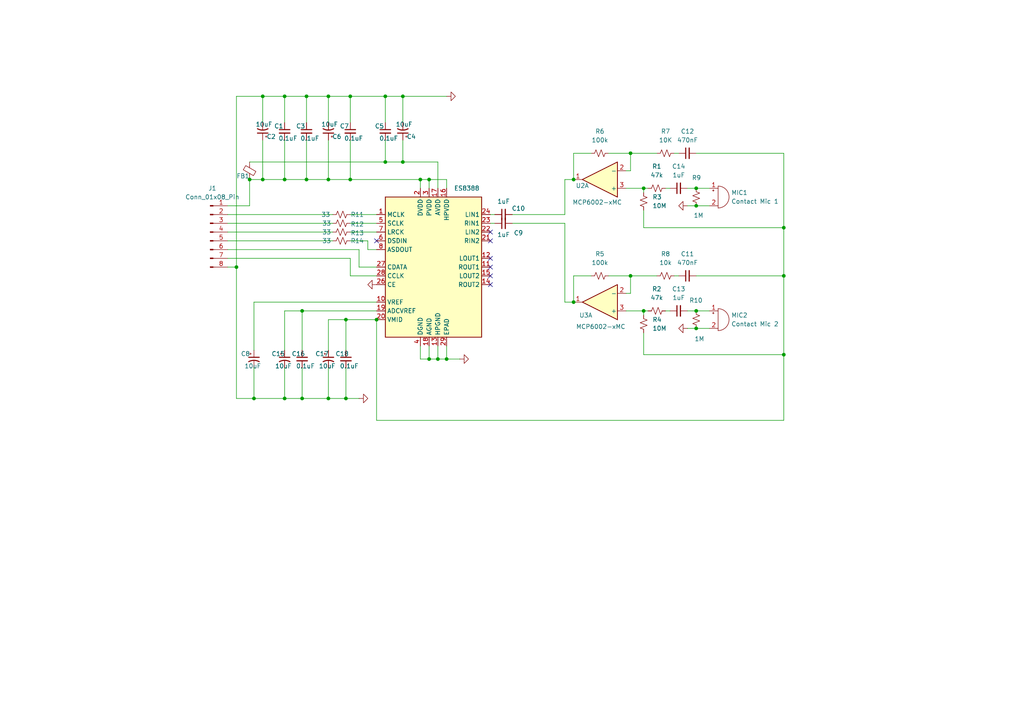
<source format=kicad_sch>
(kicad_sch (version 20250114) (generator "eeschema") (generator_version "9.0")
  (paper "A4")
  (lib_symbols
    (symbol "Amplifier_Operational:MCP6002-xMC" (pin_names (offset 0.127))
      (property "Reference" "U" (at 0 5.08 0))
      (property "Value" "MCP6002-xMC" (at 0 -5.08 0))
      (symbol "MCP6002-xMC_1_1"
        (polyline (pts (xy -5.08 5.08) (xy 5.08 0) (xy -5.08 -5.08) (xy -5.08 5.08)) (stroke (width 0.254)) (fill (type background)))
        (pin input line (at -7.62 2.54 0) (length 2.54) (name "+") (number "3"))
        (pin input line (at -7.62 -2.54 0) (length 2.54) (name "-") (number "2"))
        (pin output line (at 7.62 0 180) (length 2.54) (name "~") (number "1"))
      )
      (symbol "MCP6002-xMC_2_1"
        (polyline (pts (xy -5.08 5.08) (xy 5.08 0) (xy -5.08 -5.08) (xy -5.08 5.08)) (stroke (width 0.254)) (fill (type background)))
        (pin input line (at -7.62 2.54 0) (length 2.54) (name "+") (number "5"))
        (pin input line (at -7.62 -2.54 0) (length 2.54) (name "-") (number "6"))
        (pin output line (at 7.62 0 180) (length 2.54) (name "~") (number "7"))
      )
      (symbol "MCP6002-xMC_3_1"
        (pin power_in line (at -2.54 7.62 270) (length 3.81) (name "V+") (number "8"))
        (pin power_in line (at -2.54 -7.62 90) (length 3.81) (name "V-") (number "4"))
        (pin passive line (at -2.54 -7.62 90) (length 3.81) (hide yes) (name "V-") (number "9"))
      )
    )
    (symbol "Audio:ES8388"
      (property "Reference" "U" (at -14.224 21.844 0))
      (property "Value" "ES8388" (at 9.144 21.844 0))
      (symbol "ES8388_1_1"
        (rectangle (start -15.24 20.32) (end 12.7 -20.32) (stroke (width 0.254)) (fill (type background)))
        (pin input line (at -17.78 15.24 0) (length 2.54) (name "MCLK") (number "1"))
        (pin bidirectional line (at -17.78 12.7 0) (length 2.54) (name "SCLK") (number "5"))
        (pin bidirectional line (at -17.78 10.16 0) (length 2.54) (name "LRCK") (number "7"))
        (pin input line (at -17.78 7.62 0) (length 2.54) (name "DSDIN") (number "6"))
        (pin output line (at -17.78 5.08 0) (length 2.54) (name "ASDOUT") (number "8"))
        (pin bidirectional line (at -17.78 0 0) (length 2.54) (name "CDATA") (number "27"))
        (pin input line (at -17.78 -2.54 0) (length 2.54) (name "CCLK") (number "28"))
        (pin input line (at -17.78 -5.08 0) (length 2.54) (name "CE") (number "26"))
        (pin input line (at -17.78 -10.16 0) (length 2.54) (name "VREF") (number "10"))
        (pin input line (at -17.78 -12.7 0) (length 2.54) (name "ADCVREF") (number "19"))
        (pin input line (at -17.78 -15.24 0) (length 2.54) (name "VMID") (number "20"))
        (pin power_in line (at -5.08 22.86 270) (length 2.54) (name "DVDD") (number "2"))
        (pin power_in line (at -5.08 -22.86 90) (length 2.54) (name "DGND") (number "4"))
        (pin power_in line (at -2.54 22.86 270) (length 2.54) (name "PVDD") (number "3"))
        (pin power_in line (at -2.54 -22.86 90) (length 2.54) (name "AGND") (number "18"))
        (pin power_in line (at 0 22.86 270) (length 2.54) (name "AVDD") (number "17"))
        (pin power_in line (at 0 -22.86 90) (length 2.54) (name "HPGND") (number "13"))
        (pin power_in line (at 2.54 22.86 270) (length 2.54) (name "HPVDD") (number "16"))
        (pin passive line (at 2.54 -22.86 90) (length 2.54) (name "EPAD") (number "29"))
        (pin no_connect line (at 12.7 -10.16 180) (length 2.54) (hide yes) (name "NC") (number "9"))
        (pin no_connect line (at 12.7 -12.7 180) (length 2.54) (hide yes) (name "NC") (number "25"))
        (pin input line (at 15.24 15.24 180) (length 2.54) (name "LIN1") (number "24"))
        (pin input line (at 15.24 12.7 180) (length 2.54) (name "RIN1") (number "23"))
        (pin input line (at 15.24 10.16 180) (length 2.54) (name "LIN2") (number "22"))
        (pin input line (at 15.24 7.62 180) (length 2.54) (name "RIN2") (number "21"))
        (pin output line (at 15.24 2.54 180) (length 2.54) (name "LOUT1") (number "12"))
        (pin output line (at 15.24 0 180) (length 2.54) (name "ROUT1") (number "11"))
        (pin output line (at 15.24 -2.54 180) (length 2.54) (name "LOUT2") (number "15"))
        (pin output line (at 15.24 -5.08 180) (length 2.54) (name "ROUT2") (number "14"))
      )
    )
    (symbol "Connector:Conn_01x08_Pin" (pin_names (offset 1.016) (hide yes))
      (property "Reference" "J" (at 0 10.16 0))
      (property "Value" "Conn_01x08_Pin" (at 0 -12.7 0))
      (symbol "Conn_01x08_Pin_1_1"
        (rectangle (start 0.8636 7.747) (end 0 7.493) (stroke (width 0.1524)) (fill (type outline)))
        (rectangle (start 0.8636 5.207) (end 0 4.953) (stroke (width 0.1524)) (fill (type outline)))
        (rectangle (start 0.8636 2.667) (end 0 2.413) (stroke (width 0.1524)) (fill (type outline)))
        (rectangle (start 0.8636 0.127) (end 0 -0.127) (stroke (width 0.1524)) (fill (type outline)))
        (rectangle (start 0.8636 -2.413) (end 0 -2.667) (stroke (width 0.1524)) (fill (type outline)))
        (rectangle (start 0.8636 -4.953) (end 0 -5.207) (stroke (width 0.1524)) (fill (type outline)))
        (rectangle (start 0.8636 -7.493) (end 0 -7.747) (stroke (width 0.1524)) (fill (type outline)))
        (rectangle (start 0.8636 -10.033) (end 0 -10.287) (stroke (width 0.1524)) (fill (type outline)))
        (polyline (pts (xy 1.27 7.62) (xy 0.8636 7.62)) (stroke (width 0.1524)))
        (polyline (pts (xy 1.27 5.08) (xy 0.8636 5.08)) (stroke (width 0.1524)))
        (polyline (pts (xy 1.27 2.54) (xy 0.8636 2.54)) (stroke (width 0.1524)))
        (polyline (pts (xy 1.27 0) (xy 0.8636 0)) (stroke (width 0.1524)))
        (polyline (pts (xy 1.27 -2.54) (xy 0.8636 -2.54)) (stroke (width 0.1524)))
        (polyline (pts (xy 1.27 -5.08) (xy 0.8636 -5.08)) (stroke (width 0.1524)))
        (polyline (pts (xy 1.27 -7.62) (xy 0.8636 -7.62)) (stroke (width 0.1524)))
        (polyline (pts (xy 1.27 -10.16) (xy 0.8636 -10.16)) (stroke (width 0.1524)))
        (pin passive line (at 5.08 7.62 180) (length 3.81) (name "Pin_1") (number "1"))
        (pin passive line (at 5.08 5.08 180) (length 3.81) (name "Pin_2") (number "2"))
        (pin passive line (at 5.08 2.54 180) (length 3.81) (name "Pin_3") (number "3"))
        (pin passive line (at 5.08 0 180) (length 3.81) (name "Pin_4") (number "4"))
        (pin passive line (at 5.08 -2.54 180) (length 3.81) (name "Pin_5") (number "5"))
        (pin passive line (at 5.08 -5.08 180) (length 3.81) (name "Pin_6") (number "6"))
        (pin passive line (at 5.08 -7.62 180) (length 3.81) (name "Pin_7") (number "7"))
        (pin passive line (at 5.08 -10.16 180) (length 3.81) (name "Pin_8") (number "8"))
      )
    )
    (symbol "Device:Buzzer" (pin_names (offset 0.0254) (hide yes))
      (property "Reference" "BZ" (at 3.81 1.27 0))
      (property "Value" "Buzzer" (at 3.81 -1.27 0))
      (symbol "Buzzer_0_1"
        (polyline (pts (xy -1.651 1.905) (xy -1.143 1.905)))
        (polyline (pts (xy -1.397 2.159) (xy -1.397 1.651)))
        (arc (start 0 3.175) (mid 3.1612 0) (end 0 -3.175))
        (polyline (pts (xy 0 3.175) (xy 0 -3.175)))
      )
      (symbol "Buzzer_1_1"
        (pin passive line (at -2.54 2.54 0) (length 2.54) (name "+") (number "1"))
        (pin passive line (at -2.54 -2.54 0) (length 2.54) (name "-") (number "2"))
      )
    )
    (symbol "Device:C_Polarized_Small_US" (pin_numbers (hide yes)) (pin_names (offset 0.254) (hide yes))
      (property "Reference" "C" (at 0.254 1.778 0))
      (property "Value" "C_Polarized_Small_US" (at 0.254 -2.032 0))
      (symbol "C_Polarized_Small_US_0_1"
        (polyline (pts (xy -1.524 0.508) (xy 1.524 0.508)) (stroke (width 0.3048)))
        (polyline (pts (xy -1.27 1.524) (xy -0.762 1.524)))
        (polyline (pts (xy -1.016 1.27) (xy -1.016 1.778)))
        (arc (start -1.524 -0.762) (mid 0 -0.3734) (end 1.524 -0.762) (stroke (width 0.3048)))
      )
      (symbol "C_Polarized_Small_US_1_1"
        (pin passive line (at 0 2.54 270) (length 2.032) (name "~") (number "1"))
        (pin passive line (at 0 -2.54 90) (length 2.032) (name "~") (number "2"))
      )
    )
    (symbol "Device:C_Small" (pin_numbers (hide yes)) (pin_names (offset 0.254) (hide yes))
      (property "Reference" "C" (at 0.254 1.778 0))
      (property "Value" "C_Small" (at 0.254 -2.032 0))
      (symbol "C_Small_0_1"
        (polyline (pts (xy -1.524 0.508) (xy 1.524 0.508)) (stroke (width 0.3048)))
        (polyline (pts (xy -1.524 -0.508) (xy 1.524 -0.508)) (stroke (width 0.3302)))
      )
      (symbol "C_Small_1_1"
        (pin passive line (at 0 2.54 270) (length 2.032) (name "~") (number "1"))
        (pin passive line (at 0 -2.54 90) (length 2.032) (name "~") (number "2"))
      )
    )
    (symbol "Device:FerriteBead_Small" (pin_numbers (hide yes)) (pin_names (offset 0))
      (property "Reference" "FB" (at 1.905 1.27 0))
      (property "Value" "FerriteBead_Small" (at 1.905 -1.27 0))
      (symbol "FerriteBead_Small_0_1"
        (polyline (pts (xy -1.8288 0.2794) (xy -1.1176 1.4986) (xy 1.8288 -0.2032) (xy 1.1176 -1.4224) (xy -1.8288 0.2794)))
        (polyline (pts (xy 0 0.889) (xy 0 1.2954)))
        (polyline (pts (xy 0 -1.27) (xy 0 -0.7874)))
      )
      (symbol "FerriteBead_Small_1_1"
        (pin passive line (at 0 2.54 270) (length 1.27) (name "~") (number "1"))
        (pin passive line (at 0 -2.54 90) (length 1.27) (name "~") (number "2"))
      )
    )
    (symbol "Device:R_Small_US" (pin_numbers (hide yes)) (pin_names (offset 0.254) (hide yes))
      (property "Reference" "R" (at 0.762 0.508 0))
      (property "Value" "R_Small_US" (at 0.762 -1.016 0))
      (symbol "R_Small_US_1_1"
        (polyline (pts (xy 0 1.524) (xy 1.016 1.143) (xy 0 0.762) (xy -1.016 0.381) (xy 0 0)))
        (polyline (pts (xy 0 0) (xy 1.016 -0.381) (xy 0 -0.762) (xy -1.016 -1.143) (xy 0 -1.524)))
        (pin passive line (at 0 2.54 270) (length 1.016) (name "~") (number "1"))
        (pin passive line (at 0 -2.54 90) (length 1.016) (name "~") (number "2"))
      )
    )
    (symbol "power:GND" (power) (pin_numbers (hide yes)) (pin_names (offset 0) (hide yes))
      (property "Value" "GND" (at 0 -3.81 0))
      (symbol "GND_0_1"
        (polyline (pts (xy 0 0) (xy 0 -1.27) (xy 1.27 -1.27) (xy 0 -2.54) (xy -1.27 -1.27) (xy 0 -1.27)))
      )
      (symbol "GND_1_1"
        (pin power_in line (at 0 0 270) (length 0) (name "~") (number "1"))
      )
    )
  )
  (junction (at 227.33 102.87))
  (junction (at 109.22 92.71))
  (junction (at 82.55 27.94))
  (junction (at 116.84 27.94))
  (junction (at 201.93 59.69))
  (junction (at 129.54 104.14))
  (junction (at 68.58 77.47))
  (junction (at 182.88 44.45))
  (junction (at 111.76 27.94))
  (junction (at 95.25 52.07))
  (junction (at 87.63 90.17))
  (junction (at 95.25 27.94))
  (junction (at 95.25 115.57))
  (junction (at 186.69 54.61))
  (junction (at 88.9 27.94))
  (junction (at 227.33 80.01))
  (junction (at 76.2 27.94))
  (junction (at 101.6 27.94))
  (junction (at 116.84 46.99))
  (junction (at 121.92 52.07))
  (junction (at 166.37 87.63))
  (junction (at 124.46 52.07))
  (junction (at 166.37 52.07))
  (junction (at 73.66 115.57))
  (junction (at 201.93 95.25))
  (junction (at 88.9 52.07))
  (junction (at 100.33 92.71))
  (junction (at 87.63 115.57))
  (junction (at 76.2 52.07))
  (junction (at 82.55 52.07))
  (junction (at 186.69 90.17))
  (junction (at 82.55 115.57))
  (junction (at 127 104.14))
  (junction (at 201.93 90.17))
  (junction (at 100.33 115.57))
  (junction (at 72.39 52.07))
  (junction (at 101.6 52.07))
  (junction (at 182.88 80.01))
  (junction (at 111.76 46.99))
  (junction (at 201.93 54.61))
  (junction (at 124.46 104.14))
  (junction (at 227.33 66.04))
  (no_connect (at 142.24 80.01))
  (no_connect (at 142.24 69.85))
  (no_connect (at 142.24 82.55))
  (no_connect (at 109.22 69.85))
  (no_connect (at 142.24 77.47))
  (no_connect (at 142.24 67.31))
  (no_connect (at 142.24 74.93))
  (wire (pts (xy 199.39 54.61) (xy 201.93 54.61)))
  (wire (pts (xy 201.93 54.61) (xy 205.74 54.61)))
  (wire (pts (xy 109.22 90.17) (xy 87.63 90.17)))
  (wire (pts (xy 66.04 62.23) (xy 96.52 62.23)))
  (wire (pts (xy 227.33 66.04) (xy 227.33 80.01)))
  (wire (pts (xy 109.22 121.92) (xy 109.22 92.71)))
  (wire (pts (xy 101.6 69.85) (xy 106.68 69.85)))
  (wire (pts (xy 95.25 115.57) (xy 100.33 115.57)))
  (wire (pts (xy 116.84 27.94) (xy 116.84 35.56)))
  (wire (pts (xy 124.46 52.07) (xy 129.54 52.07)))
  (wire (pts (xy 121.92 104.14) (xy 124.46 104.14)))
  (wire (pts (xy 163.83 52.07) (xy 166.37 52.07)))
  (wire (pts (xy 186.69 102.87) (xy 227.33 102.87)))
  (wire (pts (xy 227.33 44.45) (xy 227.33 66.04)))
  (wire (pts (xy 101.6 40.64) (xy 101.6 52.07)))
  (wire (pts (xy 142.24 62.23) (xy 143.51 62.23)))
  (wire (pts (xy 186.69 66.04) (xy 227.33 66.04)))
  (wire (pts (xy 87.63 90.17) (xy 82.55 90.17)))
  (wire (pts (xy 72.39 46.99) (xy 111.76 46.99)))
  (wire (pts (xy 95.25 52.07) (xy 101.6 52.07)))
  (wire (pts (xy 95.25 106.68) (xy 95.25 115.57)))
  (wire (pts (xy 104.14 72.39) (xy 104.14 77.47)))
  (wire (pts (xy 68.58 77.47) (xy 68.58 115.57)))
  (wire (pts (xy 68.58 115.57) (xy 73.66 115.57)))
  (wire (pts (xy 82.55 115.57) (xy 87.63 115.57)))
  (wire (pts (xy 182.88 80.01) (xy 190.5 80.01)))
  (wire (pts (xy 199.39 90.17) (xy 201.93 90.17)))
  (wire (pts (xy 186.69 90.17) (xy 186.69 91.44)))
  (wire (pts (xy 82.55 115.57) (xy 82.55 106.68)))
  (wire (pts (xy 82.55 90.17) (xy 82.55 101.6)))
  (wire (pts (xy 148.59 64.77) (xy 163.83 64.77)))
  (wire (pts (xy 106.68 69.85) (xy 106.68 72.39)))
  (wire (pts (xy 76.2 27.94) (xy 82.55 27.94)))
  (wire (pts (xy 73.66 87.63) (xy 73.66 101.6)))
  (wire (pts (xy 104.14 115.57) (xy 100.33 115.57)))
  (wire (pts (xy 66.04 67.31) (xy 96.52 67.31)))
  (wire (pts (xy 186.69 90.17) (xy 187.96 90.17)))
  (wire (pts (xy 121.92 100.33) (xy 121.92 104.14)))
  (wire (pts (xy 166.37 80.01) (xy 171.45 80.01)))
  (wire (pts (xy 87.63 115.57) (xy 87.63 106.68)))
  (wire (pts (xy 87.63 115.57) (xy 95.25 115.57)))
  (wire (pts (xy 68.58 27.94) (xy 76.2 27.94)))
  (wire (pts (xy 88.9 52.07) (xy 95.25 52.07)))
  (wire (pts (xy 166.37 80.01) (xy 166.37 87.63)))
  (wire (pts (xy 127 46.99) (xy 127 54.61)))
  (wire (pts (xy 109.22 92.71) (xy 100.33 92.71)))
  (wire (pts (xy 88.9 27.94) (xy 88.9 35.56)))
  (wire (pts (xy 127 100.33) (xy 127 104.14)))
  (wire (pts (xy 101.6 52.07) (xy 121.92 52.07)))
  (wire (pts (xy 163.83 87.63) (xy 166.37 87.63)))
  (wire (pts (xy 73.66 115.57) (xy 73.66 106.68)))
  (wire (pts (xy 124.46 52.07) (xy 124.46 54.61)))
  (wire (pts (xy 95.25 27.94) (xy 101.6 27.94)))
  (wire (pts (xy 201.93 44.45) (xy 227.33 44.45)))
  (wire (pts (xy 129.54 52.07) (xy 129.54 54.61)))
  (wire (pts (xy 82.55 27.94) (xy 88.9 27.94)))
  (wire (pts (xy 124.46 100.33) (xy 124.46 104.14)))
  (wire (pts (xy 121.92 52.07) (xy 121.92 54.61)))
  (wire (pts (xy 181.61 90.17) (xy 186.69 90.17)))
  (wire (pts (xy 116.84 46.99) (xy 127 46.99)))
  (wire (pts (xy 72.39 52.07) (xy 72.39 59.69)))
  (wire (pts (xy 72.39 52.07) (xy 76.2 52.07)))
  (wire (pts (xy 199.39 95.25) (xy 201.93 95.25)))
  (wire (pts (xy 116.84 27.94) (xy 129.54 27.94)))
  (wire (pts (xy 176.53 80.01) (xy 182.88 80.01)))
  (wire (pts (xy 199.39 59.69) (xy 201.93 59.69)))
  (wire (pts (xy 66.04 74.93) (xy 101.6 74.93)))
  (wire (pts (xy 95.25 40.64) (xy 95.25 52.07)))
  (wire (pts (xy 82.55 27.94) (xy 82.55 35.56)))
  (wire (pts (xy 73.66 115.57) (xy 82.55 115.57)))
  (wire (pts (xy 111.76 46.99) (xy 116.84 46.99)))
  (wire (pts (xy 166.37 44.45) (xy 166.37 52.07)))
  (wire (pts (xy 121.92 52.07) (xy 124.46 52.07)))
  (wire (pts (xy 100.33 92.71) (xy 95.25 92.71)))
  (wire (pts (xy 127 104.14) (xy 129.54 104.14)))
  (wire (pts (xy 66.04 59.69) (xy 72.39 59.69)))
  (wire (pts (xy 66.04 77.47) (xy 68.58 77.47)))
  (wire (pts (xy 101.6 27.94) (xy 101.6 35.56)))
  (wire (pts (xy 101.6 64.77) (xy 109.22 64.77)))
  (wire (pts (xy 111.76 40.64) (xy 111.76 46.99)))
  (wire (pts (xy 163.83 62.23) (xy 163.83 52.07)))
  (wire (pts (xy 186.69 60.96) (xy 186.69 66.04)))
  (wire (pts (xy 186.69 54.61) (xy 186.69 55.88)))
  (wire (pts (xy 82.55 40.64) (xy 82.55 52.07)))
  (wire (pts (xy 76.2 27.94) (xy 76.2 35.56)))
  (wire (pts (xy 68.58 77.47) (xy 68.58 27.94)))
  (wire (pts (xy 101.6 74.93) (xy 101.6 80.01)))
  (wire (pts (xy 109.22 87.63) (xy 73.66 87.63)))
  (wire (pts (xy 82.55 52.07) (xy 88.9 52.07)))
  (wire (pts (xy 95.25 27.94) (xy 95.25 35.56)))
  (wire (pts (xy 142.24 64.77) (xy 143.51 64.77)))
  (wire (pts (xy 163.83 64.77) (xy 163.83 87.63)))
  (wire (pts (xy 100.33 106.68) (xy 100.33 115.57)))
  (wire (pts (xy 133.35 104.14) (xy 129.54 104.14)))
  (wire (pts (xy 182.88 44.45) (xy 190.5 44.45)))
  (wire (pts (xy 76.2 52.07) (xy 82.55 52.07)))
  (wire (pts (xy 182.88 49.53) (xy 182.88 44.45)))
  (wire (pts (xy 66.04 69.85) (xy 96.52 69.85)))
  (wire (pts (xy 227.33 80.01) (xy 227.33 102.87)))
  (wire (pts (xy 166.37 44.45) (xy 171.45 44.45)))
  (wire (pts (xy 201.93 95.25) (xy 205.74 95.25)))
  (wire (pts (xy 76.2 40.64) (xy 76.2 52.07)))
  (wire (pts (xy 129.54 100.33) (xy 129.54 104.14)))
  (wire (pts (xy 101.6 80.01) (xy 109.22 80.01)))
  (wire (pts (xy 124.46 104.14) (xy 127 104.14)))
  (wire (pts (xy 88.9 40.64) (xy 88.9 52.07)))
  (wire (pts (xy 88.9 27.94) (xy 95.25 27.94)))
  (wire (pts (xy 66.04 64.77) (xy 96.52 64.77)))
  (wire (pts (xy 201.93 59.69) (xy 205.74 59.69)))
  (wire (pts (xy 104.14 77.47) (xy 109.22 77.47)))
  (wire (pts (xy 116.84 40.64) (xy 116.84 46.99)))
  (wire (pts (xy 111.76 27.94) (xy 111.76 35.56)))
  (wire (pts (xy 95.25 92.71) (xy 95.25 101.6)))
  (wire (pts (xy 101.6 27.94) (xy 111.76 27.94)))
  (wire (pts (xy 186.69 54.61) (xy 187.96 54.61)))
  (wire (pts (xy 66.04 72.39) (xy 104.14 72.39)))
  (wire (pts (xy 227.33 121.92) (xy 109.22 121.92)))
  (wire (pts (xy 193.04 54.61) (xy 194.31 54.61)))
  (wire (pts (xy 181.61 85.09) (xy 182.88 85.09)))
  (wire (pts (xy 111.76 27.94) (xy 116.84 27.94)))
  (wire (pts (xy 182.88 85.09) (xy 182.88 80.01)))
  (wire (pts (xy 193.04 90.17) (xy 194.31 90.17)))
  (wire (pts (xy 176.53 44.45) (xy 182.88 44.45)))
  (wire (pts (xy 201.93 80.01) (xy 227.33 80.01)))
  (wire (pts (xy 195.58 80.01) (xy 196.85 80.01)))
  (wire (pts (xy 101.6 67.31) (xy 109.22 67.31)))
  (wire (pts (xy 186.69 96.52) (xy 186.69 102.87)))
  (wire (pts (xy 101.6 62.23) (xy 109.22 62.23)))
  (wire (pts (xy 87.63 90.17) (xy 87.63 101.6)))
  (wire (pts (xy 148.59 62.23) (xy 163.83 62.23)))
  (wire (pts (xy 195.58 44.45) (xy 196.85 44.45)))
  (wire (pts (xy 227.33 102.87) (xy 227.33 121.92)))
  (wire (pts (xy 201.93 90.17) (xy 205.74 90.17)))
  (wire (pts (xy 106.68 72.39) (xy 109.22 72.39)))
  (wire (pts (xy 100.33 92.71) (xy 100.33 101.6)))
  (wire (pts (xy 181.61 54.61) (xy 186.69 54.61)))
  (wire (pts (xy 181.61 49.53) (xy 182.88 49.53)))
  (symbol (lib_id "Device:C_Small") (at 146.05 64.77 90) (unit 1)
    (property "Reference" "C9" (at 150.368 67.564 90))
    (property "Value" "1uF" (at 146.05 68.072 90))
    (property "Description" "Unpolarized capacitor, small symbol" (effects (hide yes)))
  )
  (symbol (lib_id "Device:C_Small") (at 196.85 54.61 90) (unit 1)
    (property "Reference" "C14" (at 196.8563 48.26 90))
    (property "Value" "1uF" (at 196.8563 50.8 90))
    (property "Description" "Unpolarized capacitor, small symbol" (effects (hide yes)))
  )
  (symbol (lib_id "Device:R_Small_US") (at 173.99 80.01 270) (unit 1)
    (property "Reference" "R5" (at 173.99 73.66 90))
    (property "Value" "100k" (at 173.99 76.2 90))
    (property "Description" "Resistor, small US symbol" (effects (hide yes)))
  )
  (symbol (lib_id "Device:C_Polarized_Small_US") (at 73.66 104.14 0) (unit 1)
    (property "Reference" "C8" (at 69.85 102.616 0) (effects (justify left)))
    (property "Value" "10uF" (at 70.866 106.172 0) (effects (justify left)))
    (property "Description" "Polarized capacitor, small US symbol" (effects (hide yes)))
  )
  (symbol (lib_id "Device:C_Small") (at 199.39 44.45 90) (unit 1)
    (property "Reference" "C12" (at 199.3963 38.1 90))
    (property "Value" "470nF" (at 199.3963 40.64 90))
    (property "Description" "Unpolarized capacitor, small symbol" (effects (hide yes)))
  )
  (symbol (lib_id "Device:C_Polarized_Small_US") (at 95.25 104.14 0) (unit 1)
    (property "Reference" "C17" (at 91.44 102.616 0) (effects (justify left)))
    (property "Value" "10uF" (at 92.456 106.172 0) (effects (justify left)))
    (property "Description" "Polarized capacitor, small US symbol" (effects (hide yes)))
  )
  (symbol (lib_id "power:GND") (at 109.22 82.55 270) (unit 1)
    (property "Reference" "#PWR018" (effects (hide yes)))
    (property "Value" "GND" (effects (hide yes)))
    (property "Description" "Power symbol creates a global label with name \"GND\" , ground" (effects (hide yes)))
  )
  (symbol (lib_id "Audio:ES8388") (at 127 77.47 0) (unit 1)
    (property "Reference" "U1" (effects (hide yes)))
    (property "Value" "ES8388" (at 131.6833 54.61 0) (effects (justify left)))
    (property "Footprint" "Package_DFN_QFN:QFN-28-1EP_4x4mm_P0.45mm_EP2.6x2.6mm" (effects (hide yes)))
    (property "Datasheet" "http://www.everest-semi.com/pdf/ES8388%20DS.pdf" (effects (hide yes)))
    (property "Description" "Low Power Stereo Audio CODEC With Headphone Amplifier, 24-bit, 8kHz - 96kHz ADC / DAC sampling frequency, 1.8V - 3.3V supply, WQFN-28" (effects (hide yes)))
  )
  (symbol (lib_id "Device:C_Small") (at 146.05 62.23 90) (unit 1)
    (property "Reference" "C10" (at 150.368 60.452 90))
    (property "Value" "1uF" (at 146.0563 58.42 90))
    (property "Description" "Unpolarized capacitor, small symbol" (effects (hide yes)))
  )
  (symbol (lib_id "power:GND") (at 104.14 115.57 90) (unit 1)
    (property "Reference" "#PWR01" (effects (hide yes)))
    (property "Value" "GND" (effects (hide yes)))
    (property "Description" "Power symbol creates a global label with name \"GND\" , ground" (effects (hide yes)))
  )
  (symbol (lib_id "power:GND") (at 199.39 59.69 270) (unit 1)
    (property "Reference" "#PWR017" (effects (hide yes)))
    (property "Value" "GND" (effects (hide yes)))
    (property "Description" "Power symbol creates a global label with name \"GND\" , ground" (effects (hide yes)))
  )
  (symbol (lib_id "Device:Buzzer") (at 208.28 57.15 0) (unit 1)
    (property "Reference" "MIC1" (at 212.09 55.8799 0) (effects (justify left)))
    (property "Value" "Contact Mic 1" (at 212.09 58.4199 0) (effects (justify left)))
    (property "Description" "Buzzer, polarized" (effects (hide yes)))
  )
  (symbol (lib_id "Device:R_Small_US") (at 193.04 80.01 90) (unit 1)
    (property "Reference" "R8" (at 193.04 73.66 90))
    (property "Value" "10k" (at 193.04 76.2 90))
    (property "Description" "Resistor, small US symbol" (effects (hide yes)))
  )
  (symbol (lib_id "Device:R_Small_US") (at 190.5 90.17 90) (unit 1)
    (property "Reference" "R2" (at 190.5 83.82 90))
    (property "Value" "47k" (at 190.5 86.36 90))
    (property "Description" "Resistor, small US symbol" (effects (hide yes)))
  )
  (symbol (lib_id "Device:C_Small") (at 87.63 104.14 0) (unit 1)
    (property "Reference" "C16" (at 84.582 102.616 0) (effects (justify left)))
    (property "Value" "0.1uF" (at 85.852 106.172 0) (effects (justify left)))
    (property "Description" "Unpolarized capacitor, small symbol" (effects (hide yes)))
  )
  (symbol (lib_id "Device:C_Small") (at 101.6 38.1 0) (unit 1)
    (property "Reference" "C7" (at 98.552 36.576 0) (effects (justify left)))
    (property "Value" "0.1uF" (at 99.822 40.132 0) (effects (justify left)))
    (property "Description" "Unpolarized capacitor, small symbol" (effects (hide yes)))
  )
  (symbol (lib_id "Device:R_Small_US") (at 201.93 57.15 0) (unit 1)
    (property "Reference" "R9" (at 200.66 51.562 0) (effects (justify left)))
    (property "Value" "1M" (at 201.168 62.484 0) (effects (justify left)))
    (property "Description" "Resistor, small US symbol" (effects (hide yes)))
  )
  (symbol (lib_id "Device:R_Small_US") (at 186.69 58.42 0) (unit 1)
    (property "Reference" "R3" (at 189.23 57.1499 0) (effects (justify left)))
    (property "Value" "10M" (at 189.23 59.6899 0) (effects (justify left)))
    (property "Description" "Resistor, small US symbol" (effects (hide yes)))
  )
  (symbol (lib_id "Device:C_Polarized_Small_US") (at 82.55 104.14 0) (unit 1)
    (property "Reference" "C15" (at 78.74 102.616 0) (effects (justify left)))
    (property "Value" "10uF" (at 79.756 106.172 0) (effects (justify left)))
    (property "Description" "Polarized capacitor, small US symbol" (effects (hide yes)))
  )
  (symbol (lib_id "Device:R_Small_US") (at 201.93 92.71 0) (unit 1)
    (property "Reference" "R10" (at 199.898 87.122 0) (effects (justify left)))
    (property "Value" "1M" (at 201.422 98.298 0) (effects (justify left)))
    (property "Description" "Resistor, small US symbol" (effects (hide yes)))
  )
  (symbol (lib_id "Device:C_Small") (at 111.76 38.1 0) (unit 1)
    (property "Reference" "C5" (at 108.712 36.576 0) (effects (justify left)))
    (property "Value" "0.1uF" (at 109.982 40.132 0) (effects (justify left)))
    (property "Description" "Unpolarized capacitor, small symbol" (effects (hide yes)))
  )
  (symbol (lib_id "Device:R_Small_US") (at 99.06 62.23 90) (unit 1)
    (property "Reference" "R11" (at 103.632 62.23 90))
    (property "Value" "33" (at 94.488 62.23 90))
    (property "Description" "Resistor, small US symbol" (effects (hide yes)))
  )
  (symbol (lib_id "Device:R_Small_US") (at 99.06 67.31 90) (unit 1)
    (property "Reference" "R13" (at 103.632 67.564 90))
    (property "Value" "33" (at 94.742 67.31 90))
    (property "Description" "Resistor, small US symbol" (effects (hide yes)))
  )
  (symbol (lib_id "Device:R_Small_US") (at 99.06 64.77 90) (unit 1)
    (property "Reference" "R12" (at 103.632 65.024 90))
    (property "Value" "33" (at 94.742 64.77 90))
    (property "Description" "Resistor, small US symbol" (effects (hide yes)))
  )
  (symbol (lib_id "Device:C_Small") (at 88.9 38.1 0) (unit 1)
    (property "Reference" "C3" (at 85.852 36.576 0) (effects (justify left)))
    (property "Value" "0.1uF" (at 87.122 40.132 0) (effects (justify left)))
    (property "Description" "Unpolarized capacitor, small symbol" (effects (hide yes)))
  )
  (symbol (lib_id "Device:C_Polarized_Small_US") (at 116.84 38.1 180) (unit 1)
    (property "Reference" "C4" (at 120.65 39.624 0) (effects (justify left)))
    (property "Value" "10uF" (at 119.634 36.068 0) (effects (justify left)))
    (property "Description" "Polarized capacitor, small US symbol" (effects (hide yes)))
  )
  (symbol (lib_id "Device:FerriteBead_Small") (at 72.39 49.53 0) (unit 1)
    (property "Reference" "FB1" (at 68.58 51.054 0) (effects (justify left)))
    (property "Value" "FerriteBead_Small" (effects (hide yes)))
    (property "Description" "Ferrite bead, small symbol" (effects (hide yes)))
  )
  (symbol (lib_id "Device:Buzzer") (at 208.28 92.71 0) (unit 1)
    (property "Reference" "MIC2" (at 212.09 91.4399 0) (effects (justify left)))
    (property "Value" "Contact Mic 2" (at 212.09 93.9799 0) (effects (justify left)))
    (property "Description" "Buzzer, polarized" (effects (hide yes)))
  )
  (symbol (lib_id "Device:C_Polarized_Small_US") (at 76.2 38.1 180) (unit 1)
    (property "Reference" "C2" (at 80.01 39.624 0) (effects (justify left)))
    (property "Value" "10uF" (at 78.994 36.068 0) (effects (justify left)))
    (property "Description" "Polarized capacitor, small US symbol" (effects (hide yes)))
  )
  (symbol (lib_id "Device:R_Small_US") (at 99.06 69.85 90) (unit 1)
    (property "Reference" "R14" (at 103.632 69.85 90))
    (property "Value" "33" (at 94.742 69.85 90))
    (property "Description" "Resistor, small US symbol" (effects (hide yes)))
  )
  (symbol (lib_id "power:GND") (at 199.39 95.25 270) (unit 1)
    (property "Reference" "#PWR016" (effects (hide yes)))
    (property "Value" "GND" (effects (hide yes)))
    (property "Description" "Power symbol creates a global label with name \"GND\" , ground" (effects (hide yes)))
  )
  (symbol (lib_id "Device:R_Small_US") (at 186.69 93.98 0) (unit 1)
    (property "Reference" "R4" (at 189.23 92.7099 0) (effects (justify left)))
    (property "Value" "10M" (at 189.23 95.2499 0) (effects (justify left)))
    (property "Description" "Resistor, small US symbol" (effects (hide yes)))
  )
  (symbol (lib_id "Device:R_Small_US") (at 193.04 44.45 90) (unit 1)
    (property "Reference" "R7" (at 193.04 38.1 90))
    (property "Value" "10K" (at 193.04 40.64 90))
    (property "Description" "Resistor, small US symbol" (effects (hide yes)))
  )
  (symbol (lib_id "Device:C_Small") (at 100.33 104.14 0) (unit 1)
    (property "Reference" "C18" (at 97.282 102.616 0) (effects (justify left)))
    (property "Value" "0.1uF" (at 98.552 106.172 0) (effects (justify left)))
    (property "Description" "Unpolarized capacitor, small symbol" (effects (hide yes)))
  )
  (symbol (lib_id "Connector:Conn_01x08_Pin") (at 60.96 67.31 0) (unit 1)
    (property "Reference" "J1" (at 61.595 54.61 0))
    (property "Value" "Conn_01x08_Pin" (at 61.595 57.15 0))
    (property "Description" "Generic connector, single row, 01x08, script generated" (effects (hide yes)))
  )
  (symbol (lib_id "power:GND") (at 129.54 27.94 90) (unit 1)
    (property "Reference" "#PWR03" (effects (hide yes)))
    (property "Value" "GND" (effects (hide yes)))
    (property "Description" "Power symbol creates a global label with name \"GND\" , ground" (effects (hide yes)))
  )
  (symbol (lib_id "Device:R_Small_US") (at 173.99 44.45 90) (unit 1)
    (property "Reference" "R6" (at 173.99 38.1 90))
    (property "Value" "100k" (at 173.99 40.64 90))
    (property "Description" "Resistor, small US symbol" (effects (hide yes)))
  )
  (symbol (lib_id "Amplifier_Operational:MCP6002-xMC") (at 173.99 52.07 180) (unit 1)
    (property "Reference" "U2" (at 168.91 53.848 0))
    (property "Value" "MCP6002-xMC" (at 173.228 58.674 0))
    (property "Footprint" "Package_DFN_QFN:DFN-8-1EP_3x2mm_P0.5mm_EP1.75x1.45mm" (effects (hide yes)))
    (property "Datasheet" "http://ww1.microchip.com/downloads/en/DeviceDoc/21733j.pdf" (effects (hide yes)))
    (property "Description" "1MHz, Low-Power Op Amp, DFN-8" (effects (hide yes)))
  )
  (symbol (lib_id "Device:C_Polarized_Small_US") (at 95.25 38.1 180) (unit 1)
    (property "Reference" "C6" (at 99.06 39.624 0) (effects (justify left)))
    (property "Value" "10uF" (at 98.044 36.068 0) (effects (justify left)))
    (property "Description" "Polarized capacitor, small US symbol" (effects (hide yes)))
  )
  (symbol (lib_id "Device:C_Small") (at 196.85 90.17 90) (unit 1)
    (property "Reference" "C13" (at 196.8563 83.82 90))
    (property "Value" "1uF" (at 196.8563 86.36 90))
    (property "Description" "Unpolarized capacitor, small symbol" (effects (hide yes)))
  )
  (symbol (lib_id "Device:C_Small") (at 82.55 38.1 0) (unit 1)
    (property "Reference" "C1" (at 79.502 36.576 0) (effects (justify left)))
    (property "Value" "0.1uF" (at 80.772 40.132 0) (effects (justify left)))
    (property "Description" "Unpolarized capacitor, small symbol" (effects (hide yes)))
  )
  (symbol (lib_id "Amplifier_Operational:MCP6002-xMC") (at 173.99 87.63 180) (unit 1)
    (property "Reference" "U3" (at 169.926 91.44 0))
    (property "Value" "MCP6002-xMC" (at 174.244 94.742 0))
    (property "Footprint" "Package_DFN_QFN:DFN-8-1EP_3x2mm_P0.5mm_EP1.75x1.45mm" (effects (hide yes)))
    (property "Datasheet" "http://ww1.microchip.com/downloads/en/DeviceDoc/21733j.pdf" (effects (hide yes)))
    (property "Description" "1MHz, Low-Power Op Amp, DFN-8" (effects (hide yes)))
  )
  (symbol (lib_id "Device:R_Small_US") (at 190.5 54.61 90) (unit 1)
    (property "Reference" "R1" (at 190.5 48.26 90))
    (property "Value" "47k" (at 190.5 50.8 90))
    (property "Description" "Resistor, small US symbol" (effects (hide yes)))
  )
  (symbol (lib_id "Device:C_Small") (at 199.39 80.01 90) (unit 1)
    (property "Reference" "C11" (at 199.3963 73.66 90))
    (property "Value" "470nF" (at 199.3963 76.2 90))
    (property "Description" "Unpolarized capacitor, small symbol" (effects (hide yes)))
  )
  (symbol (lib_id "power:GND") (at 133.35 104.14 90) (unit 1)
    (property "Reference" "#PWR02" (effects (hide yes)))
    (property "Value" "GND" (effects (hide yes)))
    (property "Description" "Power symbol creates a global label with name \"GND\" , ground" (effects (hide yes)))
  )
)
</source>
